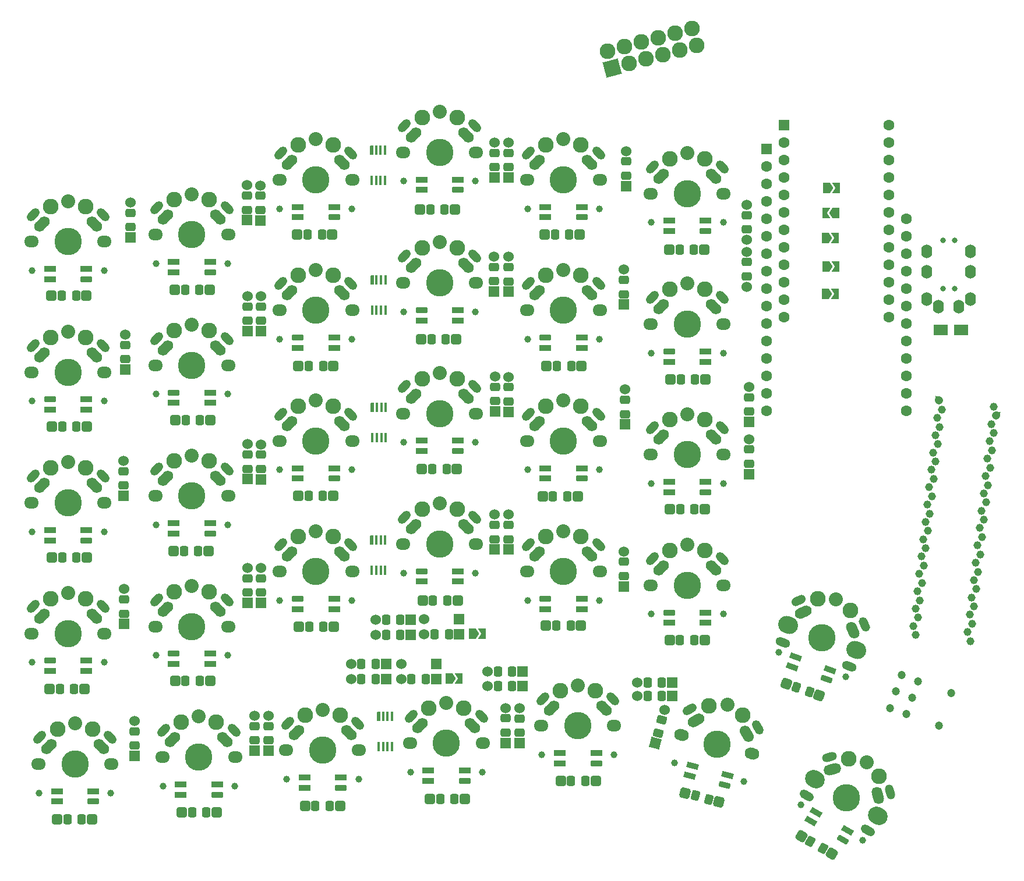
<source format=gbr>
%TF.GenerationSoftware,KiCad,Pcbnew,(6.0.0)*%
%TF.CreationDate,2022-02-08T17:16:42+09:00*%
%TF.ProjectId,brimstone2,6272696d-7374-46f6-9e65-322e6b696361,rev?*%
%TF.SameCoordinates,Original*%
%TF.FileFunction,Soldermask,Bot*%
%TF.FilePolarity,Negative*%
%FSLAX46Y46*%
G04 Gerber Fmt 4.6, Leading zero omitted, Abs format (unit mm)*
G04 Created by KiCad (PCBNEW (6.0.0)) date 2022-02-08 17:16:42*
%MOMM*%
%LPD*%
G01*
G04 APERTURE LIST*
G04 Aperture macros list*
%AMRoundRect*
0 Rectangle with rounded corners*
0 $1 Rounding radius*
0 $2 $3 $4 $5 $6 $7 $8 $9 X,Y pos of 4 corners*
0 Add a 4 corners polygon primitive as box body*
4,1,4,$2,$3,$4,$5,$6,$7,$8,$9,$2,$3,0*
0 Add four circle primitives for the rounded corners*
1,1,$1+$1,$2,$3*
1,1,$1+$1,$4,$5*
1,1,$1+$1,$6,$7*
1,1,$1+$1,$8,$9*
0 Add four rect primitives between the rounded corners*
20,1,$1+$1,$2,$3,$4,$5,0*
20,1,$1+$1,$4,$5,$6,$7,0*
20,1,$1+$1,$6,$7,$8,$9,0*
20,1,$1+$1,$8,$9,$2,$3,0*%
%AMHorizOval*
0 Thick line with rounded ends*
0 $1 width*
0 $2 $3 position (X,Y) of the first rounded end (center of the circle)*
0 $4 $5 position (X,Y) of the second rounded end (center of the circle)*
0 Add line between two ends*
20,1,$1,$2,$3,$4,$5,0*
0 Add two circle primitives to create the rounded ends*
1,1,$1,$2,$3*
1,1,$1,$4,$5*%
%AMRotRect*
0 Rectangle, with rotation*
0 The origin of the aperture is its center*
0 $1 length*
0 $2 width*
0 $3 Rotation angle, in degrees counterclockwise*
0 Add horizontal line*
21,1,$1,$2,0,0,$3*%
%AMOutline5P*
0 Free polygon, 5 corners , with rotation*
0 The origin of the aperture is its center*
0 number of corners: always 5*
0 $1 to $10 corner X, Y*
0 $11 Rotation angle, in degrees counterclockwise*
0 create outline with 5 corners*
4,1,5,$1,$2,$3,$4,$5,$6,$7,$8,$9,$10,$1,$2,$11*%
%AMOutline6P*
0 Free polygon, 6 corners , with rotation*
0 The origin of the aperture is its center*
0 number of corners: always 6*
0 $1 to $12 corner X, Y*
0 $13 Rotation angle, in degrees counterclockwise*
0 create outline with 6 corners*
4,1,6,$1,$2,$3,$4,$5,$6,$7,$8,$9,$10,$11,$12,$1,$2,$13*%
%AMOutline7P*
0 Free polygon, 7 corners , with rotation*
0 The origin of the aperture is its center*
0 number of corners: always 7*
0 $1 to $14 corner X, Y*
0 $15 Rotation angle, in degrees counterclockwise*
0 create outline with 7 corners*
4,1,7,$1,$2,$3,$4,$5,$6,$7,$8,$9,$10,$11,$12,$13,$14,$1,$2,$15*%
%AMOutline8P*
0 Free polygon, 8 corners , with rotation*
0 The origin of the aperture is its center*
0 number of corners: always 8*
0 $1 to $16 corner X, Y*
0 $17 Rotation angle, in degrees counterclockwise*
0 create outline with 8 corners*
4,1,8,$1,$2,$3,$4,$5,$6,$7,$8,$9,$10,$11,$12,$13,$14,$15,$16,$1,$2,$17*%
%AMFreePoly0*
4,1,21,-0.579500,0.579500,0.000000,0.579500,0.149986,0.559754,0.289750,0.501862,0.409768,0.409768,0.501862,0.289750,0.559754,0.149986,0.579500,0.000000,0.559754,-0.149986,0.501862,-0.289750,0.409768,-0.409768,0.289750,-0.501862,0.149986,-0.559754,0.000000,-0.579500,-0.149986,-0.559754,-0.289750,-0.501862,-0.409768,-0.409768,-0.501862,-0.289750,-0.559754,-0.149986,-0.579500,0.000000,
-0.579500,0.579500,-0.579500,0.579500,$1*%
%AMFreePoly1*
4,1,6,1.000000,0.000000,0.500000,-0.750000,-0.500000,-0.750000,-0.500000,0.750000,0.500000,0.750000,1.000000,0.000000,1.000000,0.000000,$1*%
%AMFreePoly2*
4,1,6,0.500000,-0.750000,-0.650000,-0.750000,-0.150000,0.000000,-0.650000,0.750000,0.500000,0.750000,0.500000,-0.750000,0.500000,-0.750000,$1*%
%AMFreePoly3*
4,1,21,-0.579500,0.000000,-0.559754,0.149986,-0.501862,0.289750,-0.409768,0.409768,-0.289750,0.501862,-0.149986,0.559754,0.000000,0.579500,0.149986,0.559754,0.289750,0.501862,0.409768,0.409768,0.501862,0.289750,0.559754,0.149986,0.579500,0.000000,0.559754,-0.149986,0.501862,-0.289750,0.409768,-0.409768,0.289750,-0.501862,0.149986,-0.559754,0.000000,-0.579500,-0.579500,-0.579500,
-0.579500,0.000000,-0.579500,0.000000,$1*%
G04 Aperture macros list end*
%ADD10R,1.524000X1.524000*%
%ADD11RoundRect,0.250000X0.475000X-0.337500X0.475000X0.337500X-0.475000X0.337500X-0.475000X-0.337500X0*%
%ADD12C,1.524000*%
%ADD13C,3.987800*%
%ADD14O,2.121800X1.701800*%
%ADD15C,0.990600*%
%ADD16C,2.032000*%
%ADD17C,2.286000*%
%ADD18HorizOval,1.550000X0.350018X0.350018X-0.350018X-0.350018X0*%
%ADD19HorizOval,1.250000X0.335876X0.335876X-0.335876X-0.335876X0*%
%ADD20HorizOval,1.550000X-0.350018X0.350018X0.350018X-0.350018X0*%
%ADD21HorizOval,1.250000X-0.335876X0.335876X0.335876X-0.335876X0*%
%ADD22RoundRect,0.381000X0.381000X0.381000X-0.381000X0.381000X-0.381000X-0.381000X0.381000X-0.381000X0*%
%ADD23RoundRect,0.250000X0.337500X0.475000X-0.337500X0.475000X-0.337500X-0.475000X0.337500X-0.475000X0*%
%ADD24RoundRect,0.250000X-0.479606X-0.330922X0.154687X-0.561786X0.479606X0.330922X-0.154687X0.561786X0*%
%ADD25RoundRect,0.381000X-0.488333X-0.227713X0.227713X-0.488333X0.488333X0.227713X-0.227713X0.488333X0*%
%ADD26R,1.700000X0.820000*%
%ADD27RoundRect,0.205000X-0.645000X-0.205000X0.645000X-0.205000X0.645000X0.205000X-0.645000X0.205000X0*%
%ADD28HorizOval,1.701800X0.202844X-0.054352X-0.202844X0.054352X0*%
%ADD29HorizOval,1.701800X-0.202844X0.054352X0.202844X-0.054352X0*%
%ADD30HorizOval,1.550000X0.428683X0.247500X-0.428683X-0.247500X0*%
%ADD31HorizOval,1.550000X-0.247500X0.428683X0.247500X-0.428683X0*%
%ADD32HorizOval,1.250000X-0.237500X0.411362X0.237500X-0.411362X0*%
%ADD33HorizOval,1.250000X0.411362X0.237500X-0.411362X-0.237500X0*%
%ADD34RoundRect,0.381000X-0.381000X-0.381000X0.381000X-0.381000X0.381000X0.381000X-0.381000X0.381000X0*%
%ADD35RoundRect,0.250000X-0.337500X-0.475000X0.337500X-0.475000X0.337500X0.475000X-0.337500X0.475000X0*%
%ADD36RoundRect,0.205000X0.645000X0.205000X-0.645000X0.205000X-0.645000X-0.205000X0.645000X-0.205000X0*%
%ADD37RotRect,1.700000X0.820000X340.000000*%
%ADD38RoundRect,0.205000X-0.676216X0.027966X0.535988X-0.413240X0.676216X-0.027966X-0.535988X0.413240X0*%
%ADD39Outline5P,-0.225000X0.610000X-0.135000X0.700000X0.225000X0.700000X0.225000X-0.700000X-0.225000X-0.700000X0.000000*%
%ADD40R,0.450000X1.400000*%
%ADD41HorizOval,1.550000X-0.209196X0.448622X0.209196X-0.448622X0*%
%ADD42HorizOval,1.250000X0.430496X0.200744X-0.430496X-0.200744X0*%
%ADD43HorizOval,2.489200X0.197335X-0.071824X-0.197335X0.071824X0*%
%ADD44HorizOval,1.250000X0.446354X-0.162460X-0.446354X0.162460X0*%
%ADD45HorizOval,1.550000X0.448622X0.209196X-0.448622X-0.209196X0*%
%ADD46HorizOval,1.250000X-0.200744X0.430496X0.200744X-0.430496X0*%
%ADD47FreePoly0,353.500000*%
%ADD48C,1.159000*%
%ADD49C,1.200000*%
%ADD50RotRect,1.524000X1.524000X75.000000*%
%ADD51RoundRect,0.250000X0.371463X-0.448939X0.546166X0.203061X-0.371463X0.448939X-0.546166X-0.203061X0*%
%ADD52RoundRect,0.250000X-0.448939X-0.371463X0.203061X-0.546166X0.448939X0.371463X-0.203061X0.546166X0*%
%ADD53RoundRect,0.381000X-0.466628X-0.269408X0.269408X-0.466628X0.466628X0.269408X-0.269408X0.466628X0*%
%ADD54R,1.600000X1.600000*%
%ADD55C,1.600000*%
%ADD56RoundRect,0.250000X-0.529784X-0.242612X0.054784X-0.580112X0.529784X0.242612X-0.054784X0.580112X0*%
%ADD57RoundRect,0.381000X-0.520456X-0.139456X0.139456X-0.520456X0.520456X0.139456X-0.139456X0.520456X0*%
%ADD58C,0.800000*%
%ADD59O,1.600000X2.000000*%
%ADD60HorizOval,1.250000X0.458815X0.122939X-0.458815X-0.122939X0*%
%ADD61HorizOval,1.550000X-0.128115X0.478133X0.128115X-0.478133X0*%
%ADD62HorizOval,2.489200X0.181865X-0.105000X-0.181865X0.105000X0*%
%ADD63HorizOval,1.250000X0.411362X-0.237500X-0.411362X0.237500X0*%
%ADD64HorizOval,1.550000X0.478133X0.128115X-0.478133X-0.128115X0*%
%ADD65HorizOval,1.250000X-0.122939X0.458815X0.122939X-0.458815X0*%
%ADD66RotRect,1.700000X0.820000X345.000000*%
%ADD67RoundRect,0.205000X-0.676080X-0.031077X0.569964X-0.364953X0.676080X0.031077X-0.569964X0.364953X0*%
%ADD68RoundRect,0.250000X-0.475000X0.337500X-0.475000X-0.337500X0.475000X-0.337500X0.475000X0.337500X0*%
%ADD69RotRect,2.286000X2.286000X15.000000*%
%ADD70RotRect,1.700000X0.820000X330.000000*%
%ADD71RoundRect,0.205000X-0.661086X0.144965X0.456086X-0.500035X0.661086X-0.144965X-0.456086X0.500035X0*%
%ADD72FreePoly1,0.000000*%
%ADD73FreePoly2,0.000000*%
%ADD74FreePoly1,180.000000*%
%ADD75FreePoly2,180.000000*%
%ADD76R,1.500000X1.500000*%
%ADD77FreePoly3,173.500000*%
G04 APERTURE END LIST*
D10*
%TO.C,D12*%
X72600000Y-81485000D03*
D11*
X72600000Y-79982500D03*
X72600000Y-77907500D03*
D12*
X72600000Y-76405000D03*
%TD*%
D13*
%TO.C,SW7*%
X62530000Y-86475000D03*
D14*
X67820000Y-86475000D03*
X57240000Y-86475000D03*
D15*
X67750000Y-90675000D03*
X57310000Y-90675000D03*
D16*
X62530000Y-80575000D03*
D17*
X59990000Y-81395000D03*
D18*
X58720000Y-83935000D03*
D17*
X65070000Y-81395000D03*
D19*
X57430000Y-82575000D03*
D20*
X66340000Y-83935000D03*
D21*
X67630000Y-82575000D03*
%TD*%
D22*
%TO.C,C114*%
X83150000Y-124535000D03*
D23*
X81647500Y-124535000D03*
D22*
X78070000Y-124535000D03*
D23*
X79572500Y-124535000D03*
%TD*%
%TO.C,C127*%
X135647500Y-88485000D03*
D22*
X137150000Y-88485000D03*
D23*
X133572500Y-88485000D03*
D22*
X132070000Y-88485000D03*
%TD*%
D24*
%TO.C,C132*%
X150355069Y-133270154D03*
D25*
X148943181Y-132756269D03*
X153716819Y-134493731D03*
D24*
X152304931Y-133979846D03*
%TD*%
D15*
%TO.C,SW8*%
X67750000Y-109675000D03*
D14*
X67820000Y-105475000D03*
X57240000Y-105475000D03*
D13*
X62530000Y-105475000D03*
D15*
X57310000Y-109675000D03*
D17*
X59990000Y-100395000D03*
D18*
X58720000Y-102935000D03*
D16*
X62530000Y-99575000D03*
D21*
X67630000Y-101575000D03*
D17*
X65070000Y-100395000D03*
D19*
X57430000Y-101575000D03*
D20*
X66340000Y-102935000D03*
%TD*%
D14*
%TO.C,SW14*%
X75240000Y-116475000D03*
D15*
X75310000Y-120675000D03*
X85750000Y-120675000D03*
D14*
X85820000Y-116475000D03*
D13*
X80530000Y-116475000D03*
D17*
X77990000Y-111395000D03*
D16*
X80530000Y-110575000D03*
D18*
X76720000Y-113935000D03*
D21*
X85630000Y-112575000D03*
D20*
X84340000Y-113935000D03*
D19*
X75430000Y-112575000D03*
D17*
X83070000Y-111395000D03*
%TD*%
D10*
%TO.C,D23*%
X108540000Y-93235000D03*
D11*
X108540000Y-91732500D03*
D12*
X108540000Y-88155000D03*
D11*
X108540000Y-89657500D03*
%TD*%
D10*
%TO.C,D36*%
X98060000Y-129915000D03*
D12*
X92980000Y-129915000D03*
%TD*%
D14*
%TO.C,SW5*%
X50820000Y-144475000D03*
D15*
X40310000Y-148675000D03*
X50750000Y-148675000D03*
D14*
X40240000Y-144475000D03*
D13*
X45530000Y-144475000D03*
D18*
X41720000Y-141935000D03*
D16*
X45530000Y-138575000D03*
D17*
X42990000Y-139395000D03*
D20*
X49340000Y-141935000D03*
D17*
X48070000Y-139395000D03*
D21*
X50630000Y-140575000D03*
D19*
X40430000Y-140575000D03*
%TD*%
D26*
%TO.C,D123*%
X113905600Y-101435600D03*
X113905600Y-102935600D03*
D27*
X119205600Y-102935600D03*
D26*
X119205600Y-101435600D03*
%TD*%
D13*
%TO.C,SW30*%
X138830000Y-141585000D03*
D15*
X132700827Y-144290853D03*
D28*
X143939748Y-142954153D03*
D29*
X133720252Y-140215847D03*
D15*
X142785093Y-146992924D03*
D17*
X137691349Y-136020696D03*
D30*
X135807223Y-138145448D03*
D16*
X140357032Y-135886038D03*
D31*
X143167578Y-140117649D03*
D32*
X144765616Y-139137866D03*
D33*
X134913173Y-136497912D03*
D17*
X142598252Y-137335497D03*
%TD*%
D34*
%TO.C,C121*%
X113800000Y-67455000D03*
D35*
X115302500Y-67455000D03*
X117377500Y-67455000D03*
D34*
X118880000Y-67455000D03*
%TD*%
D22*
%TO.C,C107*%
X65180000Y-94465000D03*
D23*
X63677500Y-94465000D03*
D22*
X60100000Y-94465000D03*
D23*
X61602500Y-94465000D03*
%TD*%
D26*
%TO.C,D109*%
X65205600Y-129935600D03*
X65205600Y-128435600D03*
D36*
X59905600Y-128435600D03*
D26*
X59905600Y-129935600D03*
%TD*%
%TO.C,D108*%
X59905600Y-109435600D03*
X59905600Y-110935600D03*
D27*
X65205600Y-110935600D03*
D26*
X65205600Y-109435600D03*
%TD*%
D11*
%TO.C,D29*%
X125340000Y-117132500D03*
D10*
X125340000Y-118635000D03*
D12*
X125340000Y-113555000D03*
D11*
X125340000Y-115057500D03*
%TD*%
D23*
%TO.C,D33*%
X89227500Y-132115000D03*
D10*
X90730000Y-132115000D03*
D23*
X87152500Y-132115000D03*
D12*
X85650000Y-132115000D03*
%TD*%
D37*
%TO.C,D44*%
X150274048Y-128919298D03*
X149761017Y-130328837D03*
D38*
X154741388Y-132141544D03*
D37*
X155254419Y-130732005D03*
%TD*%
D11*
%TO.C,D10*%
X71650000Y-141052500D03*
D10*
X71650000Y-142555000D03*
D11*
X71650000Y-138977500D03*
D12*
X71650000Y-137475000D03*
%TD*%
D11*
%TO.C,D1*%
X53580000Y-66352500D03*
D10*
X53580000Y-67855000D03*
D12*
X53580000Y-62775000D03*
D11*
X53580000Y-64277500D03*
%TD*%
D39*
%TO.C,IC2*%
X88715000Y-74015000D03*
D40*
X89365000Y-74015000D03*
X90015000Y-74015000D03*
X90665000Y-74015000D03*
X90665000Y-78415000D03*
X90015000Y-78415000D03*
X89365000Y-78415000D03*
X88715000Y-78415000D03*
%TD*%
D26*
%TO.C,D112*%
X83205600Y-83935600D03*
X83205600Y-82435600D03*
D36*
X77905600Y-82435600D03*
D26*
X77905600Y-83935600D03*
%TD*%
D15*
%TO.C,SW20*%
X94310000Y-145675000D03*
D13*
X99530000Y-141475000D03*
D15*
X104750000Y-145675000D03*
D14*
X104820000Y-141475000D03*
X94240000Y-141475000D03*
D17*
X96990000Y-136395000D03*
D18*
X95720000Y-138935000D03*
D16*
X99530000Y-135575000D03*
D21*
X104630000Y-137575000D03*
D19*
X94430000Y-137575000D03*
D17*
X102070000Y-136395000D03*
D20*
X103340000Y-138935000D03*
%TD*%
D26*
%TO.C,D117*%
X101205600Y-79935600D03*
X101205600Y-78435600D03*
D36*
X95905600Y-78435600D03*
D26*
X95905600Y-79935600D03*
%TD*%
D14*
%TO.C,SW21*%
X121820000Y-59475000D03*
D15*
X111310000Y-63675000D03*
X121750000Y-63675000D03*
D14*
X111240000Y-59475000D03*
D13*
X116530000Y-59475000D03*
D16*
X116530000Y-53575000D03*
D18*
X112720000Y-56935000D03*
D17*
X113990000Y-54395000D03*
D20*
X120340000Y-56935000D03*
D19*
X111430000Y-55575000D03*
D21*
X121630000Y-55575000D03*
D17*
X119070000Y-54395000D03*
%TD*%
D26*
%TO.C,D116*%
X95905600Y-59435600D03*
X95905600Y-60935600D03*
D27*
X101205600Y-60935600D03*
D26*
X101205600Y-59435600D03*
%TD*%
%TO.C,D125*%
X115990684Y-142883625D03*
X115990684Y-144383625D03*
D27*
X121290684Y-144383625D03*
D26*
X121290684Y-142883625D03*
%TD*%
D13*
%TO.C,S2*%
X154140000Y-126075000D03*
D15*
X147798320Y-128236364D03*
X157608711Y-131807054D03*
D41*
X158588960Y-124991277D03*
D42*
X150681446Y-120665896D03*
D43*
X149169026Y-124265713D03*
D44*
X148458315Y-126773898D03*
X158043180Y-130262504D03*
D43*
X159110974Y-127884287D03*
D45*
X151428502Y-122385084D03*
D46*
X160266311Y-124154502D03*
D16*
X156157919Y-120530814D03*
D17*
X153490643Y-120432630D03*
X158264282Y-122170093D03*
%TD*%
D11*
%TO.C,D18*%
X106570000Y-91672500D03*
D10*
X106570000Y-93175000D03*
D11*
X106570000Y-89597500D03*
D12*
X106570000Y-88095000D03*
%TD*%
D11*
%TO.C,D11*%
X72510000Y-63862500D03*
D10*
X72510000Y-65365000D03*
D11*
X72510000Y-61787500D03*
D12*
X72510000Y-60285000D03*
%TD*%
D10*
%TO.C,D35*%
X90730000Y-129905000D03*
D23*
X89227500Y-129905000D03*
D12*
X85650000Y-129905000D03*
D23*
X87152500Y-129905000D03*
%TD*%
D34*
%TO.C,C113*%
X77992500Y-105445000D03*
D35*
X79495000Y-105445000D03*
X81570000Y-105445000D03*
D34*
X83072500Y-105445000D03*
%TD*%
D35*
%TO.C,C106*%
X61552500Y-75485000D03*
D34*
X60050000Y-75485000D03*
D35*
X63627500Y-75485000D03*
D34*
X65130000Y-75485000D03*
%TD*%
D11*
%TO.C,D16*%
X106540000Y-57642500D03*
D10*
X106540000Y-59145000D03*
D12*
X106540000Y-54065000D03*
D11*
X106540000Y-55567500D03*
%TD*%
D35*
%TO.C,C123*%
X115005000Y-105545000D03*
D34*
X113502500Y-105545000D03*
X118582500Y-105545000D03*
D35*
X117080000Y-105545000D03*
%TD*%
D10*
%TO.C,D14*%
X72560000Y-121025000D03*
D11*
X72560000Y-119522500D03*
X72560000Y-117447500D03*
D12*
X72560000Y-115945000D03*
%TD*%
D15*
%TO.C,SW10*%
X68750000Y-147675000D03*
D14*
X68820000Y-143475000D03*
D13*
X63530000Y-143475000D03*
D14*
X58240000Y-143475000D03*
D15*
X58310000Y-147675000D03*
D17*
X60990000Y-138395000D03*
D16*
X63530000Y-137575000D03*
D18*
X59720000Y-140935000D03*
D19*
X58430000Y-139575000D03*
D20*
X67340000Y-140935000D03*
D21*
X68630000Y-139575000D03*
D17*
X66070000Y-138395000D03*
%TD*%
D26*
%TO.C,D102*%
X47205600Y-92935600D03*
X47205600Y-91435600D03*
D36*
X41905600Y-91435600D03*
D26*
X41905600Y-92935600D03*
%TD*%
D15*
%TO.C,SW24*%
X121750000Y-120675000D03*
D14*
X111240000Y-116475000D03*
D13*
X116530000Y-116475000D03*
D14*
X121820000Y-116475000D03*
D15*
X111310000Y-120675000D03*
D16*
X116530000Y-110575000D03*
D18*
X112720000Y-113935000D03*
D17*
X113990000Y-111395000D03*
D19*
X111430000Y-112575000D03*
D20*
X120340000Y-113935000D03*
D17*
X119070000Y-111395000D03*
D21*
X121630000Y-112575000D03*
%TD*%
D15*
%TO.C,SW3*%
X39310000Y-110675000D03*
D14*
X39240000Y-106475000D03*
X49820000Y-106475000D03*
D15*
X49750000Y-110675000D03*
D13*
X44530000Y-106475000D03*
D17*
X41990000Y-101395000D03*
D18*
X40720000Y-103935000D03*
D16*
X44530000Y-100575000D03*
D20*
X48340000Y-103935000D03*
D21*
X49630000Y-102575000D03*
D19*
X39430000Y-102575000D03*
D17*
X47070000Y-101395000D03*
%TD*%
D15*
%TO.C,SW16*%
X103750000Y-59675000D03*
D14*
X93240000Y-55475000D03*
D15*
X93310000Y-59675000D03*
D13*
X98530000Y-55475000D03*
D14*
X103820000Y-55475000D03*
D17*
X95990000Y-50395000D03*
D18*
X94720000Y-52935000D03*
D16*
X98530000Y-49575000D03*
D17*
X101070000Y-50395000D03*
D21*
X103630000Y-51575000D03*
D19*
X93430000Y-51575000D03*
D20*
X102340000Y-52935000D03*
%TD*%
D11*
%TO.C,D3*%
X52610000Y-103952500D03*
D10*
X52610000Y-105455000D03*
D11*
X52610000Y-101877500D03*
D12*
X52610000Y-100375000D03*
%TD*%
D26*
%TO.C,D126*%
X131905600Y-65435600D03*
X131905600Y-66935600D03*
D27*
X137205600Y-66935600D03*
D26*
X137205600Y-65435600D03*
%TD*%
D15*
%TO.C,SW11*%
X85750000Y-63675000D03*
D14*
X85820000Y-59475000D03*
D13*
X80530000Y-59475000D03*
D14*
X75240000Y-59475000D03*
D15*
X75310000Y-63675000D03*
D16*
X80530000Y-53575000D03*
D17*
X77990000Y-54395000D03*
D18*
X76720000Y-56935000D03*
D21*
X85630000Y-55575000D03*
D19*
X75430000Y-55575000D03*
D20*
X84340000Y-56935000D03*
D17*
X83070000Y-54395000D03*
%TD*%
D10*
%TO.C,D40*%
X132330000Y-132595000D03*
D23*
X130827500Y-132595000D03*
D12*
X127250000Y-132595000D03*
D23*
X128752500Y-132595000D03*
%TD*%
D10*
%TO.C,D24*%
X108550000Y-113265000D03*
D11*
X108550000Y-111762500D03*
D12*
X108550000Y-108185000D03*
D11*
X108550000Y-109687500D03*
%TD*%
D26*
%TO.C,D118*%
X95905600Y-97435600D03*
X95905600Y-98935600D03*
D27*
X101205600Y-98935600D03*
D26*
X101205600Y-97435600D03*
%TD*%
D47*
%TO.C,IC6*%
X171152480Y-91578385D03*
D48*
X170864944Y-94102058D03*
X170577408Y-96625730D03*
X170289872Y-99149403D03*
X170002336Y-101673075D03*
X169714800Y-104196748D03*
X169427263Y-106720420D03*
X169139727Y-109244093D03*
X168852191Y-111767765D03*
X168564655Y-114291438D03*
X168277119Y-116815110D03*
X167989583Y-119338783D03*
X167702046Y-121862455D03*
X167414510Y-124386128D03*
X175301484Y-125284735D03*
X175589020Y-122761062D03*
X175876556Y-120237390D03*
X176164092Y-117713717D03*
X176451628Y-115190045D03*
X176739164Y-112666372D03*
X177026701Y-110142700D03*
X177314237Y-107619027D03*
X177601773Y-105095355D03*
X177889309Y-102571682D03*
X178176845Y-100048010D03*
X178464381Y-97524337D03*
X178751918Y-95000665D03*
X179039454Y-92476992D03*
%TD*%
D12*
%TO.C,R1*%
X143140000Y-68197500D03*
D11*
X143140000Y-66695000D03*
D12*
X143140000Y-63117500D03*
D11*
X143140000Y-64620000D03*
%TD*%
D35*
%TO.C,C108*%
X61365000Y-113485000D03*
D34*
X59862500Y-113485000D03*
D35*
X63440000Y-113485000D03*
D34*
X64942500Y-113485000D03*
%TD*%
D49*
%TO.C,SW31*%
X168094511Y-132418961D03*
X167225780Y-134805780D03*
X166357049Y-137192600D03*
X165707692Y-131550230D03*
X164838961Y-133937049D03*
X163970229Y-136323868D03*
X172868150Y-134156423D03*
X171130687Y-138930062D03*
%TD*%
D50*
%TO.C,D30*%
X129911125Y-141476304D03*
D51*
X130300000Y-140025000D03*
D12*
X131225925Y-136569400D03*
D51*
X130837050Y-138020704D03*
%TD*%
D26*
%TO.C,D129*%
X137205600Y-123935600D03*
X137205600Y-122435600D03*
D36*
X131905600Y-122435600D03*
D26*
X131905600Y-123935600D03*
%TD*%
D14*
%TO.C,SW1*%
X39240000Y-68475000D03*
X49820000Y-68475000D03*
D13*
X44530000Y-68475000D03*
D15*
X49750000Y-72675000D03*
X39310000Y-72675000D03*
D18*
X40720000Y-65935000D03*
D17*
X41990000Y-63395000D03*
D16*
X44530000Y-62575000D03*
D21*
X49630000Y-64575000D03*
D19*
X39430000Y-64575000D03*
D20*
X48340000Y-65935000D03*
D17*
X47070000Y-63395000D03*
%TD*%
D11*
%TO.C,D2*%
X52860000Y-85582500D03*
D10*
X52860000Y-87085000D03*
D12*
X52860000Y-82005000D03*
D11*
X52860000Y-83507500D03*
%TD*%
%TO.C,D15*%
X73640000Y-141052500D03*
D10*
X73640000Y-142555000D03*
D12*
X73640000Y-137475000D03*
D11*
X73640000Y-138977500D03*
%TD*%
D13*
%TO.C,SW4*%
X44530000Y-125475000D03*
D14*
X39240000Y-125475000D03*
D15*
X39310000Y-129675000D03*
D14*
X49820000Y-125475000D03*
D15*
X49750000Y-129675000D03*
D17*
X41990000Y-120395000D03*
D16*
X44530000Y-119575000D03*
D18*
X40720000Y-122935000D03*
D17*
X47070000Y-120395000D03*
D21*
X49630000Y-121575000D03*
D20*
X48340000Y-122935000D03*
D19*
X39430000Y-121575000D03*
%TD*%
D10*
%TO.C,D17*%
X106460000Y-75715000D03*
D11*
X106460000Y-74212500D03*
X106460000Y-72137500D03*
D12*
X106460000Y-70635000D03*
%TD*%
D23*
%TO.C,C119*%
X99657500Y-120655000D03*
D22*
X101160000Y-120655000D03*
X96080000Y-120655000D03*
D23*
X97582500Y-120655000D03*
%TD*%
D11*
%TO.C,D7*%
X70630000Y-79992500D03*
D10*
X70630000Y-81495000D03*
D11*
X70630000Y-77917500D03*
D12*
X70630000Y-76415000D03*
%TD*%
D23*
%TO.C,C104*%
X45407500Y-133555000D03*
D22*
X46910000Y-133555000D03*
X41830000Y-133555000D03*
D23*
X43332500Y-133555000D03*
%TD*%
D15*
%TO.C,SW13*%
X85750000Y-101675000D03*
X75310000Y-101675000D03*
D14*
X85820000Y-97475000D03*
D13*
X80530000Y-97475000D03*
D14*
X75240000Y-97475000D03*
D17*
X77990000Y-92395000D03*
D16*
X80530000Y-91575000D03*
D18*
X76720000Y-94935000D03*
D20*
X84340000Y-94935000D03*
D19*
X75430000Y-93575000D03*
D17*
X83070000Y-92395000D03*
D21*
X85630000Y-93575000D03*
%TD*%
D10*
%TO.C,D32*%
X110570000Y-133105000D03*
D23*
X109067500Y-133105000D03*
X106992500Y-133105000D03*
D12*
X105490000Y-133105000D03*
%TD*%
D26*
%TO.C,D110*%
X60905600Y-147435600D03*
X60905600Y-148935600D03*
D27*
X66205600Y-148935600D03*
D26*
X66205600Y-147435600D03*
%TD*%
D10*
%TO.C,D13*%
X72540000Y-103055000D03*
D11*
X72540000Y-101552500D03*
X72540000Y-99477500D03*
D12*
X72540000Y-97975000D03*
%TD*%
D14*
%TO.C,SW15*%
X86820000Y-142475000D03*
D15*
X76310000Y-146675000D03*
X86750000Y-146675000D03*
D13*
X81530000Y-142475000D03*
D14*
X76240000Y-142475000D03*
D17*
X78990000Y-137395000D03*
D16*
X81530000Y-136575000D03*
D18*
X77720000Y-139935000D03*
D17*
X84070000Y-137395000D03*
D20*
X85340000Y-139935000D03*
D21*
X86630000Y-138575000D03*
D19*
X76430000Y-138575000D03*
%TD*%
D26*
%TO.C,D114*%
X83205600Y-121935600D03*
X83205600Y-120435600D03*
D36*
X77905600Y-120435600D03*
D26*
X77905600Y-121935600D03*
%TD*%
D35*
%TO.C,C125*%
X117632500Y-146965000D03*
D34*
X116130000Y-146965000D03*
X121210000Y-146965000D03*
D35*
X119707500Y-146965000D03*
%TD*%
D26*
%TO.C,D113*%
X77905600Y-101435600D03*
X77905600Y-102935600D03*
D27*
X83205600Y-102935600D03*
D26*
X83205600Y-101435600D03*
%TD*%
%TO.C,D119*%
X101205600Y-117935600D03*
X101205600Y-116435600D03*
D36*
X95905600Y-116435600D03*
D26*
X95905600Y-117935600D03*
%TD*%
D15*
%TO.C,SW18*%
X103750000Y-97675000D03*
X93310000Y-97675000D03*
D13*
X98530000Y-93475000D03*
D14*
X93240000Y-93475000D03*
X103820000Y-93475000D03*
D16*
X98530000Y-87575000D03*
D17*
X95990000Y-88395000D03*
D18*
X94720000Y-90935000D03*
D20*
X102340000Y-90935000D03*
D19*
X93430000Y-89575000D03*
D21*
X103630000Y-89575000D03*
D17*
X101070000Y-88395000D03*
%TD*%
D26*
%TO.C,D128*%
X131905600Y-103435600D03*
X131905600Y-104935600D03*
D27*
X137205600Y-104935600D03*
D26*
X137205600Y-103435600D03*
%TD*%
D52*
%TO.C,C130*%
X135687852Y-149096475D03*
D53*
X134236548Y-148707600D03*
D52*
X137692148Y-149633525D03*
D53*
X139143452Y-150022400D03*
%TD*%
D26*
%TO.C,D115*%
X78905600Y-146435600D03*
X78905600Y-147935600D03*
D27*
X84205600Y-147935600D03*
D26*
X84205600Y-146435600D03*
%TD*%
D54*
%TO.C,U1*%
X146040998Y-55012002D03*
D55*
X146040998Y-57552002D03*
X146040998Y-60092002D03*
X146040998Y-62632002D03*
X146040998Y-65172002D03*
X146040998Y-67712002D03*
X146040998Y-70252002D03*
X146040998Y-72792002D03*
X146040998Y-75332002D03*
X146040998Y-77872002D03*
X146040998Y-80412002D03*
X146040998Y-82952002D03*
X146040998Y-85492002D03*
X146040998Y-88032002D03*
X146040998Y-90572002D03*
X146040998Y-93112002D03*
X166360998Y-93112002D03*
X166360998Y-90572002D03*
X166360998Y-88032002D03*
X166360998Y-85492002D03*
X166360998Y-82952002D03*
X166360998Y-80412002D03*
X166360998Y-77872002D03*
X166360998Y-75332002D03*
X166360998Y-72792002D03*
X166360998Y-70252002D03*
X166360998Y-67712002D03*
X166360998Y-65172002D03*
%TD*%
D34*
%TO.C,C120*%
X97120000Y-149575000D03*
D35*
X98622500Y-149575000D03*
D34*
X102200000Y-149575000D03*
D35*
X100697500Y-149575000D03*
%TD*%
D10*
%TO.C,D6*%
X70540000Y-65355000D03*
D11*
X70540000Y-63852500D03*
D12*
X70540000Y-60275000D03*
D11*
X70540000Y-61777500D03*
%TD*%
D14*
%TO.C,SW22*%
X111240000Y-78475000D03*
D13*
X116530000Y-78475000D03*
D15*
X121750000Y-82675000D03*
X111310000Y-82675000D03*
D14*
X121820000Y-78475000D03*
D18*
X112720000Y-75935000D03*
D17*
X113990000Y-73395000D03*
D16*
X116530000Y-72575000D03*
D20*
X120340000Y-75935000D03*
D19*
X111430000Y-74575000D03*
D21*
X121630000Y-74575000D03*
D17*
X119070000Y-73395000D03*
%TD*%
D26*
%TO.C,D104*%
X47205600Y-130935600D03*
X47205600Y-129435600D03*
D36*
X41905600Y-129435600D03*
D26*
X41905600Y-130935600D03*
%TD*%
D39*
%TO.C,IC5*%
X89657391Y-137553820D03*
D40*
X90307391Y-137553820D03*
X90957391Y-137553820D03*
X91607391Y-137553820D03*
X91607391Y-141953820D03*
X90957391Y-141953820D03*
X90307391Y-141953820D03*
X89657391Y-141953820D03*
%TD*%
D35*
%TO.C,C111*%
X79342500Y-67445000D03*
D34*
X77840000Y-67445000D03*
D35*
X81417500Y-67445000D03*
D34*
X82920000Y-67445000D03*
%TD*%
D11*
%TO.C,D26*%
X125650000Y-58872500D03*
D10*
X125650000Y-60375000D03*
D12*
X125650000Y-55295000D03*
D11*
X125650000Y-56797500D03*
%TD*%
D14*
%TO.C,SW2*%
X49820000Y-87475000D03*
D15*
X39310000Y-91675000D03*
D14*
X39240000Y-87475000D03*
D15*
X49750000Y-91675000D03*
D13*
X44530000Y-87475000D03*
D17*
X41990000Y-82395000D03*
D16*
X44530000Y-81575000D03*
D18*
X40720000Y-84935000D03*
D17*
X47070000Y-82395000D03*
D19*
X39430000Y-83575000D03*
D20*
X48340000Y-84935000D03*
D21*
X49630000Y-83575000D03*
%TD*%
D14*
%TO.C,SW17*%
X93240000Y-74475000D03*
D15*
X103750000Y-78675000D03*
D13*
X98530000Y-74475000D03*
D14*
X103820000Y-74475000D03*
D15*
X93310000Y-78675000D03*
D18*
X94720000Y-71935000D03*
D17*
X95990000Y-69395000D03*
D16*
X98530000Y-68575000D03*
D20*
X102340000Y-71935000D03*
D17*
X101070000Y-69395000D03*
D21*
X103630000Y-70575000D03*
D19*
X93430000Y-70575000D03*
%TD*%
D26*
%TO.C,D120*%
X96905600Y-145435600D03*
X96905600Y-146935600D03*
D27*
X102205600Y-146935600D03*
D26*
X102205600Y-145435600D03*
%TD*%
D23*
%TO.C,C109*%
X63660000Y-132405000D03*
D22*
X65162500Y-132405000D03*
D23*
X61585000Y-132405000D03*
D22*
X60082500Y-132405000D03*
%TD*%
D15*
%TO.C,SW27*%
X129310000Y-84675000D03*
D14*
X139820000Y-80475000D03*
D15*
X139750000Y-84675000D03*
D13*
X134530000Y-80475000D03*
D14*
X129240000Y-80475000D03*
D16*
X134530000Y-74575000D03*
D18*
X130720000Y-77935000D03*
D17*
X131990000Y-75395000D03*
D20*
X138340000Y-77935000D03*
D17*
X137070000Y-75395000D03*
D21*
X139630000Y-76575000D03*
D19*
X129430000Y-76575000D03*
%TD*%
D22*
%TO.C,C122*%
X119160000Y-86595000D03*
D23*
X117657500Y-86595000D03*
X115582500Y-86595000D03*
D22*
X114080000Y-86595000D03*
%TD*%
D35*
%TO.C,C115*%
X80472500Y-150565000D03*
D34*
X78970000Y-150565000D03*
X84050000Y-150565000D03*
D35*
X82547500Y-150565000D03*
%TD*%
D15*
%TO.C,SW23*%
X111310000Y-101675000D03*
D14*
X121820000Y-97475000D03*
X111240000Y-97475000D03*
D15*
X121750000Y-101675000D03*
D13*
X116530000Y-97475000D03*
D16*
X116530000Y-91575000D03*
D18*
X112720000Y-94935000D03*
D17*
X113990000Y-92395000D03*
D21*
X121630000Y-93575000D03*
D19*
X111430000Y-93575000D03*
D17*
X119070000Y-92395000D03*
D20*
X120340000Y-94935000D03*
%TD*%
D23*
%TO.C,D38*%
X109067500Y-130995000D03*
D10*
X110570000Y-130995000D03*
D23*
X106992500Y-130995000D03*
D12*
X105490000Y-130995000D03*
%TD*%
D11*
%TO.C,D27*%
X125330000Y-76122500D03*
D10*
X125330000Y-77625000D03*
D11*
X125330000Y-74047500D03*
D12*
X125330000Y-72545000D03*
%TD*%
D23*
%TO.C,C129*%
X135537500Y-126445000D03*
D22*
X137040000Y-126445000D03*
D23*
X133462500Y-126445000D03*
D22*
X131960000Y-126445000D03*
%TD*%
D14*
%TO.C,SW25*%
X123905083Y-138923025D03*
X113325083Y-138923025D03*
D13*
X118615083Y-138923025D03*
D15*
X123835083Y-143123025D03*
X113395083Y-143123025D03*
D16*
X118615083Y-133023025D03*
D17*
X116075083Y-133843025D03*
D18*
X114805083Y-136383025D03*
D21*
X123715083Y-135023025D03*
D20*
X122425083Y-136383025D03*
D19*
X113515083Y-135023025D03*
D17*
X121155083Y-133843025D03*
%TD*%
D15*
%TO.C,SW26*%
X129310000Y-65675000D03*
D14*
X139820000Y-61475000D03*
D15*
X139750000Y-65675000D03*
D13*
X134530000Y-61475000D03*
D14*
X129240000Y-61475000D03*
D17*
X131990000Y-56395000D03*
D16*
X134530000Y-55575000D03*
D18*
X130720000Y-58935000D03*
D17*
X137070000Y-56395000D03*
D21*
X139630000Y-57575000D03*
D20*
X138340000Y-58935000D03*
D19*
X129430000Y-57575000D03*
%TD*%
D11*
%TO.C,D4*%
X52640000Y-122602500D03*
D10*
X52640000Y-124105000D03*
D11*
X52640000Y-120527500D03*
D12*
X52640000Y-119025000D03*
%TD*%
D56*
%TO.C,C131*%
X152431499Y-155756250D03*
D57*
X151130295Y-155005000D03*
X155529705Y-157545000D03*
D56*
X154228501Y-156793750D03*
%TD*%
D35*
%TO.C,C101*%
X43612500Y-76365000D03*
D34*
X42110000Y-76365000D03*
X47190000Y-76365000D03*
D35*
X45687500Y-76365000D03*
%TD*%
D58*
%TO.C,U4*%
X173370000Y-75267500D03*
X173370000Y-68267500D03*
D59*
X171070000Y-77967500D03*
X175670000Y-76867500D03*
X175670000Y-72867500D03*
X175670000Y-69867500D03*
%TD*%
D26*
%TO.C,D105*%
X42905600Y-148435600D03*
X42905600Y-149935600D03*
D27*
X48205600Y-149935600D03*
D26*
X48205600Y-148435600D03*
%TD*%
D10*
%TO.C,D5*%
X54170000Y-143295000D03*
D11*
X54170000Y-141792500D03*
D12*
X54170000Y-138215000D03*
D11*
X54170000Y-139717500D03*
%TD*%
D35*
%TO.C,C116*%
X97172500Y-63805000D03*
D34*
X95670000Y-63805000D03*
D35*
X99247500Y-63805000D03*
D34*
X100750000Y-63805000D03*
%TD*%
D26*
%TO.C,D121*%
X113905600Y-63435600D03*
X113905600Y-64935600D03*
D27*
X119205600Y-64935600D03*
D26*
X119205600Y-63435600D03*
%TD*%
D10*
%TO.C,D45*%
X143480000Y-94705000D03*
D11*
X143480000Y-93202500D03*
X143480000Y-91127500D03*
D12*
X143480000Y-89625000D03*
%TD*%
D10*
%TO.C,D22*%
X108560000Y-75765000D03*
D11*
X108560000Y-74262500D03*
D12*
X108560000Y-70685000D03*
D11*
X108560000Y-72187500D03*
%TD*%
D39*
%TO.C,IC3*%
X88775000Y-92545000D03*
D40*
X89425000Y-92545000D03*
X90075000Y-92545000D03*
X90725000Y-92545000D03*
X90725000Y-96945000D03*
X90075000Y-96945000D03*
X89425000Y-96945000D03*
X88775000Y-96945000D03*
%TD*%
D15*
%TO.C,S1*%
X151013837Y-150380789D03*
D13*
X157634490Y-149353482D03*
D15*
X160055143Y-155600789D03*
D60*
X155167760Y-143425983D03*
D61*
X162204047Y-149058777D03*
D62*
X153053216Y-146708482D03*
D63*
X151917760Y-149055148D03*
X160751220Y-154155148D03*
D62*
X162215764Y-151998482D03*
D64*
X155604933Y-145248777D03*
D65*
X164001220Y-148525983D03*
D17*
X162374195Y-146224073D03*
D16*
X160584490Y-144243932D03*
D17*
X157974785Y-143684073D03*
%TD*%
D23*
%TO.C,C112*%
X81587500Y-86555000D03*
D22*
X83090000Y-86555000D03*
D23*
X79512500Y-86555000D03*
D22*
X78010000Y-86555000D03*
%TD*%
%TO.C,C124*%
X119072500Y-124355000D03*
D23*
X117570000Y-124355000D03*
X115495000Y-124355000D03*
D22*
X113992500Y-124355000D03*
%TD*%
D66*
%TO.C,D130*%
X135269946Y-144731402D03*
X134881717Y-146180291D03*
D67*
X140001124Y-147552032D03*
D66*
X140389353Y-146103143D03*
%TD*%
D34*
%TO.C,C118*%
X95970000Y-101535000D03*
D35*
X97472500Y-101535000D03*
D34*
X101050000Y-101535000D03*
D35*
X99547500Y-101535000D03*
%TD*%
D26*
%TO.C,D124*%
X119205600Y-121935600D03*
X119205600Y-120435600D03*
D36*
X113905600Y-120435600D03*
D26*
X113905600Y-121935600D03*
%TD*%
D35*
%TO.C,C103*%
X43652500Y-114455000D03*
D34*
X42150000Y-114455000D03*
D35*
X45727500Y-114455000D03*
D34*
X47230000Y-114455000D03*
%TD*%
D15*
%TO.C,SW19*%
X103750000Y-116675000D03*
D13*
X98530000Y-112475000D03*
D14*
X93240000Y-112475000D03*
D15*
X93310000Y-116675000D03*
D14*
X103820000Y-112475000D03*
D17*
X95990000Y-107395000D03*
D16*
X98530000Y-106575000D03*
D18*
X94720000Y-109935000D03*
D21*
X103630000Y-108575000D03*
D17*
X101070000Y-107395000D03*
D19*
X93430000Y-108575000D03*
D20*
X102340000Y-109935000D03*
%TD*%
D10*
%TO.C,D9*%
X70600000Y-121025000D03*
D11*
X70600000Y-119522500D03*
D12*
X70600000Y-115945000D03*
D11*
X70600000Y-117447500D03*
%TD*%
D34*
%TO.C,C105*%
X42920000Y-152505000D03*
D35*
X44422500Y-152505000D03*
X46497500Y-152505000D03*
D34*
X48000000Y-152505000D03*
%TD*%
D13*
%TO.C,SW6*%
X62530000Y-67475000D03*
D15*
X67750000Y-71675000D03*
D14*
X67820000Y-67475000D03*
X57240000Y-67475000D03*
D15*
X57310000Y-71675000D03*
D16*
X62530000Y-61575000D03*
D18*
X58720000Y-64935000D03*
D17*
X59990000Y-62395000D03*
D21*
X67630000Y-63575000D03*
D19*
X57430000Y-63575000D03*
D20*
X66340000Y-64935000D03*
D17*
X65070000Y-62395000D03*
%TD*%
D68*
%TO.C,R2*%
X143140000Y-71437500D03*
D12*
X143140000Y-69935000D03*
X143140000Y-75015000D03*
D68*
X143140000Y-73512500D03*
%TD*%
D26*
%TO.C,D127*%
X137205600Y-85935600D03*
X137205600Y-84435600D03*
D36*
X131905600Y-84435600D03*
D26*
X131905600Y-85935600D03*
%TD*%
D10*
%TO.C,D21*%
X108580000Y-59145000D03*
D11*
X108580000Y-57642500D03*
X108580000Y-55567500D03*
D12*
X108580000Y-54065000D03*
%TD*%
D15*
%TO.C,SW29*%
X139750000Y-122675000D03*
D13*
X134530000Y-118475000D03*
D14*
X129240000Y-118475000D03*
X139820000Y-118475000D03*
D15*
X129310000Y-122675000D03*
D17*
X131990000Y-113395000D03*
D16*
X134530000Y-112575000D03*
D18*
X130720000Y-115935000D03*
D17*
X137070000Y-113395000D03*
D21*
X139630000Y-114575000D03*
D20*
X138340000Y-115935000D03*
D19*
X129430000Y-114575000D03*
%TD*%
D23*
%TO.C,D39*%
X92817500Y-123495000D03*
D10*
X94320000Y-123495000D03*
D12*
X89240000Y-123495000D03*
D23*
X90742500Y-123495000D03*
%TD*%
D34*
%TO.C,C110*%
X61040000Y-151485000D03*
D35*
X62542500Y-151485000D03*
D34*
X66120000Y-151485000D03*
D35*
X64617500Y-151485000D03*
%TD*%
D11*
%TO.C,D25*%
X110140000Y-139912500D03*
D10*
X110140000Y-141415000D03*
D11*
X110140000Y-137837500D03*
D12*
X110140000Y-136335000D03*
%TD*%
D26*
%TO.C,D122*%
X119205600Y-83935600D03*
X119205600Y-82435600D03*
D36*
X113905600Y-82435600D03*
D26*
X113905600Y-83935600D03*
%TD*%
D10*
%TO.C,D42*%
X101390000Y-123435000D03*
D12*
X96310000Y-123435000D03*
%TD*%
D14*
%TO.C,SW12*%
X85820000Y-78475000D03*
D15*
X85750000Y-82675000D03*
X75310000Y-82675000D03*
D13*
X80530000Y-78475000D03*
D14*
X75240000Y-78475000D03*
D18*
X76720000Y-75935000D03*
D17*
X77990000Y-73395000D03*
D16*
X80530000Y-72575000D03*
D20*
X84340000Y-75935000D03*
D17*
X83070000Y-73395000D03*
D19*
X75430000Y-74575000D03*
D21*
X85630000Y-74575000D03*
%TD*%
D10*
%TO.C,D20*%
X108090000Y-141402500D03*
D11*
X108090000Y-139900000D03*
D12*
X108090000Y-136322500D03*
D11*
X108090000Y-137825000D03*
%TD*%
D39*
%TO.C,IC1*%
X88640000Y-55119632D03*
D40*
X89290000Y-55119632D03*
X89940000Y-55119632D03*
X90590000Y-55119632D03*
X90590000Y-59519632D03*
X89940000Y-59519632D03*
X89290000Y-59519632D03*
X88640000Y-59519632D03*
%TD*%
D26*
%TO.C,D107*%
X65205600Y-91935600D03*
X65205600Y-90435600D03*
D36*
X59905600Y-90435600D03*
D26*
X59905600Y-91935600D03*
%TD*%
D13*
%TO.C,SW9*%
X62530000Y-124475000D03*
D14*
X67820000Y-124475000D03*
D15*
X57310000Y-128675000D03*
D14*
X57240000Y-124475000D03*
D15*
X67750000Y-128675000D03*
D18*
X58720000Y-121935000D03*
D17*
X59990000Y-119395000D03*
D16*
X62530000Y-118575000D03*
D21*
X67630000Y-120575000D03*
D19*
X57430000Y-120575000D03*
D17*
X65070000Y-119395000D03*
D20*
X66340000Y-121935000D03*
%TD*%
D23*
%TO.C,C102*%
X45727500Y-95395000D03*
D22*
X47230000Y-95395000D03*
D23*
X43652500Y-95395000D03*
D22*
X42150000Y-95395000D03*
%TD*%
D26*
%TO.C,D103*%
X41905600Y-110435600D03*
X41905600Y-111935600D03*
D27*
X47205600Y-111935600D03*
D26*
X47205600Y-110435600D03*
%TD*%
D11*
%TO.C,D19*%
X106520000Y-111762500D03*
D10*
X106520000Y-113265000D03*
D12*
X106520000Y-108185000D03*
D11*
X106520000Y-109687500D03*
%TD*%
D10*
%TO.C,D46*%
X143530000Y-102295000D03*
D11*
X143530000Y-100792500D03*
D12*
X143530000Y-97215000D03*
D11*
X143530000Y-98717500D03*
%TD*%
D26*
%TO.C,D111*%
X77905600Y-63435600D03*
X77905600Y-64935600D03*
D27*
X83205600Y-64935600D03*
D26*
X83205600Y-63435600D03*
%TD*%
D11*
%TO.C,D28*%
X125450000Y-93562500D03*
D10*
X125450000Y-95065000D03*
D12*
X125450000Y-89985000D03*
D11*
X125450000Y-91487500D03*
%TD*%
D26*
%TO.C,D101*%
X41905600Y-72435600D03*
X41905600Y-73935600D03*
D27*
X47205600Y-73935600D03*
D26*
X47205600Y-72435600D03*
%TD*%
D11*
%TO.C,D8*%
X70580000Y-101532500D03*
D10*
X70580000Y-103035000D03*
D12*
X70580000Y-97955000D03*
D11*
X70580000Y-99457500D03*
%TD*%
D10*
%TO.C,D41*%
X94320000Y-125695000D03*
D23*
X92817500Y-125695000D03*
X90742500Y-125695000D03*
D12*
X89240000Y-125695000D03*
%TD*%
D26*
%TO.C,D106*%
X59905600Y-71435600D03*
X59905600Y-72935600D03*
D27*
X65205600Y-72935600D03*
D26*
X65205600Y-71435600D03*
%TD*%
D69*
%TO.C,U3*%
X123625072Y-43207855D03*
D17*
X126078523Y-42550454D03*
X128531975Y-41893054D03*
X130949248Y-41245348D03*
X133438878Y-40578253D03*
X135892330Y-39920853D03*
X122967671Y-40754403D03*
X125421123Y-40097003D03*
X127873822Y-39436793D03*
X130291095Y-38789086D03*
X132780725Y-38121992D03*
X135234929Y-37467401D03*
%TD*%
D54*
%TO.C,U2*%
X148584998Y-51480002D03*
D55*
X148584998Y-54020002D03*
X148584998Y-56560002D03*
X148584998Y-59100002D03*
X148584998Y-61640002D03*
X148584998Y-64180002D03*
X148584998Y-66720002D03*
X148584998Y-69260002D03*
X148584998Y-71800002D03*
X148584998Y-74340002D03*
X148584998Y-76880002D03*
X148584998Y-79420002D03*
X163824998Y-79420002D03*
X163824998Y-76880002D03*
X163824998Y-74340002D03*
X163824998Y-71800002D03*
X163824998Y-69260002D03*
X163824998Y-66720002D03*
X163824998Y-64180002D03*
X163824998Y-61640002D03*
X163824998Y-59100002D03*
X163824998Y-56560002D03*
X163824998Y-54020002D03*
X163824998Y-51480002D03*
%TD*%
D14*
%TO.C,SW28*%
X129240000Y-99475000D03*
X139820000Y-99475000D03*
D15*
X139750000Y-103675000D03*
X129310000Y-103675000D03*
D13*
X134530000Y-99475000D03*
D18*
X130720000Y-96935000D03*
D17*
X131990000Y-94395000D03*
D16*
X134530000Y-93575000D03*
D21*
X139630000Y-95575000D03*
D20*
X138340000Y-96935000D03*
D19*
X129430000Y-95575000D03*
D17*
X137070000Y-94395000D03*
%TD*%
D39*
%TO.C,IC4*%
X88670000Y-111915402D03*
D40*
X89320000Y-111915402D03*
X89970000Y-111915402D03*
X90620000Y-111915402D03*
X90620000Y-116315402D03*
X89970000Y-116315402D03*
X89320000Y-116315402D03*
X88670000Y-116315402D03*
%TD*%
D70*
%TO.C,D43*%
X153266222Y-151519545D03*
X152516222Y-152818583D03*
D71*
X157106156Y-155468583D03*
D70*
X157856156Y-154169545D03*
%TD*%
D35*
%TO.C,C128*%
X133502500Y-107405000D03*
D34*
X132000000Y-107405000D03*
D35*
X135577500Y-107405000D03*
D34*
X137080000Y-107405000D03*
%TD*%
D23*
%TO.C,C117*%
X99417500Y-82655000D03*
D22*
X100920000Y-82655000D03*
D23*
X97342500Y-82655000D03*
D22*
X95840000Y-82655000D03*
%TD*%
D34*
%TO.C,C126*%
X131900000Y-69665000D03*
D35*
X133402500Y-69665000D03*
X135477500Y-69665000D03*
D34*
X136980000Y-69665000D03*
%TD*%
D10*
%TO.C,D34*%
X132320000Y-134575000D03*
D23*
X130817500Y-134575000D03*
D12*
X127240000Y-134575000D03*
D23*
X128742500Y-134575000D03*
%TD*%
D72*
%TO.C,JP6*%
X154759998Y-60630002D03*
D73*
X156209998Y-60630002D03*
%TD*%
D58*
%TO.C,U5*%
X171669999Y-68274000D03*
X171669999Y-75274000D03*
D59*
X173969999Y-77974000D03*
X169369999Y-76874000D03*
X169369999Y-72874000D03*
X169369999Y-69874000D03*
%TD*%
D72*
%TO.C,JP12*%
X99895000Y-132025000D03*
D73*
X101345000Y-132025000D03*
%TD*%
D23*
%TO.C,D37*%
X99887500Y-125605000D03*
D10*
X101390000Y-125605000D03*
D12*
X96310000Y-125605000D03*
D23*
X97812500Y-125605000D03*
%TD*%
D72*
%TO.C,JP10*%
X154620000Y-76030000D03*
D73*
X156070000Y-76030000D03*
%TD*%
D72*
%TO.C,JP4*%
X154629998Y-67970002D03*
D73*
X156079998Y-67970002D03*
%TD*%
D72*
%TO.C,JP8*%
X154654998Y-72090002D03*
D73*
X156104998Y-72090002D03*
%TD*%
D74*
%TO.C,JP2*%
X156170000Y-64300000D03*
D75*
X154720000Y-64300000D03*
%TD*%
D72*
%TO.C,JP14*%
X103265000Y-125545000D03*
D73*
X104715000Y-125545000D03*
%TD*%
D76*
%TO.C,JP16*%
X171640000Y-81320000D03*
X174040000Y-81320000D03*
D74*
X174840000Y-81320000D03*
D72*
X170840000Y-81320000D03*
%TD*%
D10*
%TO.C,D31*%
X98020000Y-132085000D03*
D23*
X96517500Y-132085000D03*
D12*
X92940000Y-132085000D03*
D23*
X94442500Y-132085000D03*
%TD*%
D77*
%TO.C,IC7*%
X179392472Y-93795432D03*
D48*
X179104936Y-96319105D03*
X178817399Y-98842777D03*
X178529863Y-101366450D03*
X178242327Y-103890122D03*
X177954791Y-106413795D03*
X177667255Y-108937467D03*
X177379719Y-111461140D03*
X177092182Y-113984812D03*
X176804646Y-116508485D03*
X176517110Y-119032157D03*
X176229574Y-121555830D03*
X175942038Y-124079502D03*
X175654502Y-126603175D03*
X167767528Y-125704568D03*
X168055064Y-123180895D03*
X168342601Y-120657223D03*
X168630137Y-118133550D03*
X168917673Y-115609878D03*
X169205209Y-113086205D03*
X169492745Y-110562533D03*
X169780281Y-108038860D03*
X170067818Y-105515188D03*
X170355354Y-102991515D03*
X170642890Y-100467843D03*
X170930426Y-97944170D03*
X171217962Y-95420498D03*
X171505498Y-92896825D03*
%TD*%
M02*

</source>
